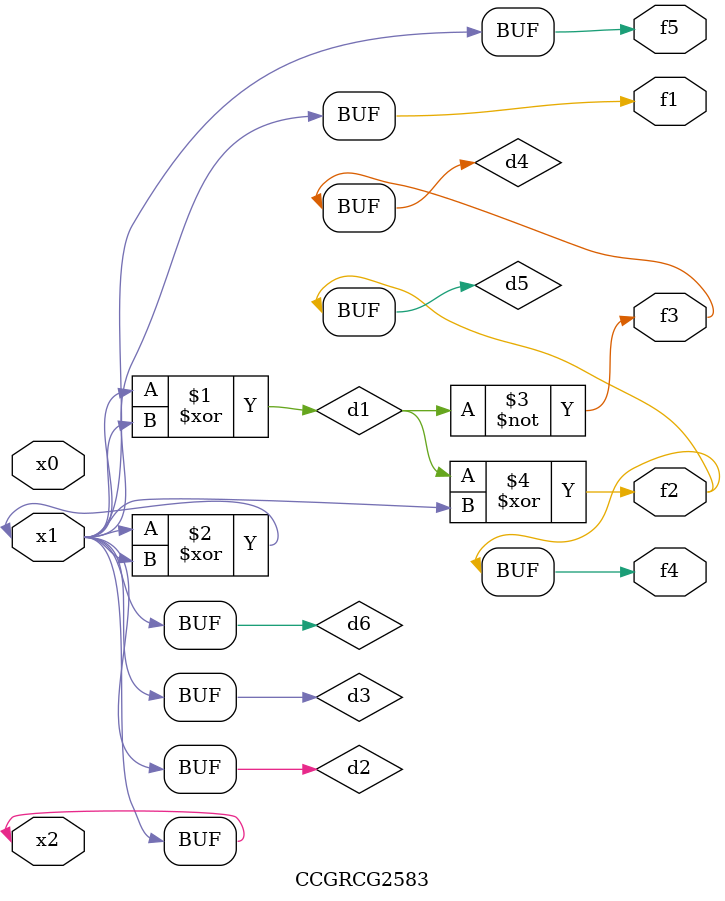
<source format=v>
module CCGRCG2583(
	input x0, x1, x2,
	output f1, f2, f3, f4, f5
);

	wire d1, d2, d3, d4, d5, d6;

	xor (d1, x1, x2);
	buf (d2, x1, x2);
	xor (d3, x1, x2);
	nor (d4, d1);
	xor (d5, d1, d2);
	buf (d6, d2, d3);
	assign f1 = d6;
	assign f2 = d5;
	assign f3 = d4;
	assign f4 = d5;
	assign f5 = d6;
endmodule

</source>
